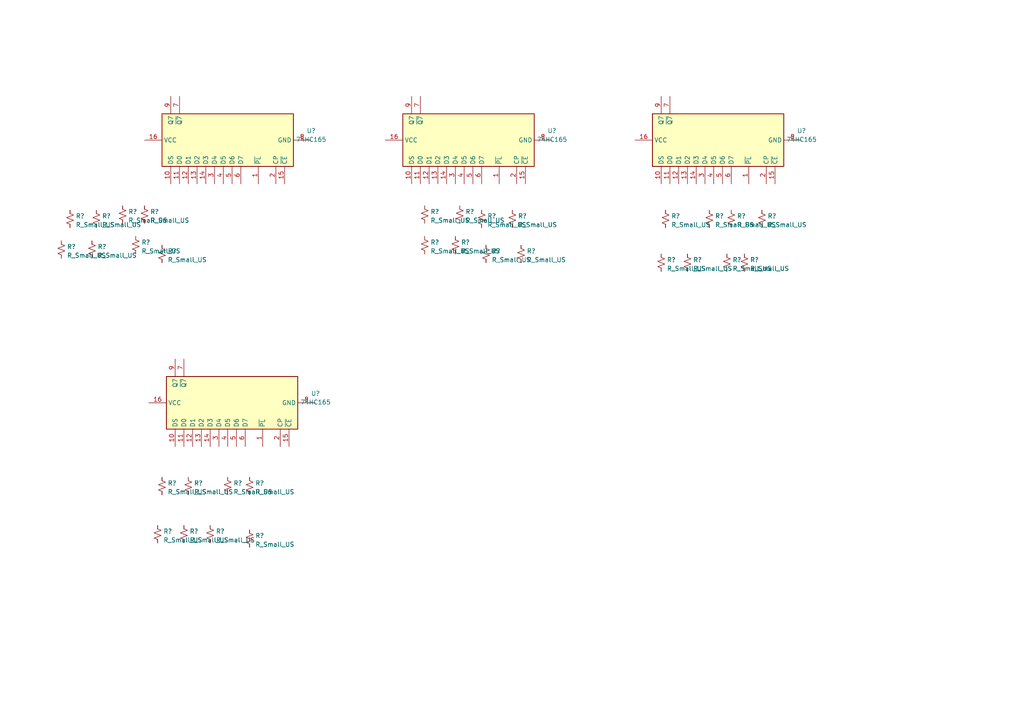
<source format=kicad_sch>
(kicad_sch (version 20211123) (generator eeschema)
  (paper "A4")
  (lib_symbols
    (symbol "74xx:74HC165"
      (property "Reference" "U" (at -7.62 19.05 0))
      (property "Value" "74HC165" (at -7.62 -21.59 0))
      (symbol "74HC165_1_0"
        (pin input line (at -12.7 -10.16 0) (length 5.08) (name "~{PL}") (number "1"))
        (pin input line (at -12.7 15.24 0) (length 5.08) (name "DS") (number "10"))
        (pin input line (at -12.7 12.7 0) (length 5.08) (name "D0") (number "11"))
        (pin input line (at -12.7 10.16 0) (length 5.08) (name "D1") (number "12"))
        (pin input line (at -12.7 7.62 0) (length 5.08) (name "D2") (number "13"))
        (pin input line (at -12.7 5.08 0) (length 5.08) (name "D3") (number "14"))
        (pin input line (at -12.7 -17.78 0) (length 5.08) (name "~{CE}") (number "15"))
        (pin power_in line (at 0 22.86 270) (length 5.08) (name "VCC") (number "16"))
        (pin input line (at -12.7 -15.24 0) (length 5.08) (name "CP") (number "2"))
        (pin input line (at -12.7 2.54 0) (length 5.08) (name "D4") (number "3"))
        (pin input line (at -12.7 0 0) (length 5.08) (name "D5") (number "4"))
        (pin input line (at -12.7 -2.54 0) (length 5.08) (name "D6") (number "5"))
        (pin input line (at -12.7 -5.08 0) (length 5.08) (name "D7") (number "6"))
        (pin output line (at 12.7 12.7 180) (length 5.08) (name "~{Q7}") (number "7"))
        (pin power_in line (at 0 -25.4 90) (length 5.08) (name "GND") (number "8"))
        (pin output line (at 12.7 15.24 180) (length 5.08) (name "Q7") (number "9"))
      )
      (symbol "74HC165_1_1"
        (rectangle (start -7.62 17.78) (end 7.62 -20.32) (stroke (width 0.254)) (fill (type background)))
      )
    )
    (symbol "Device:R_Small_US" (pin_numbers hide) (pin_names (offset 0.254) hide)
      (property "Reference" "R" (at 0.762 0.508 0))
      (property "Value" "R_Small_US" (at 0.762 -1.016 0))
      (symbol "R_Small_US_1_1"
        (polyline (pts (xy 0 0) (xy 1.016 -0.381) (xy 0 -0.762) (xy -1.016 -1.143) (xy 0 -1.524)))
        (polyline (pts (xy 0 1.524) (xy 1.016 1.143) (xy 0 0.762) (xy -1.016 0.381) (xy 0 0)))
        (pin passive line (at 0 2.54 270) (length 1.016) (name "~") (number "1"))
        (pin passive line (at 0 -2.54 90) (length 1.016) (name "~") (number "2"))
      )
    )
  )
  (symbol (lib_id "Device:R_Small_US") (at 60.96 154.94 0) (unit 1)
    (property "Reference" "R?" (at 62.611 154.1053 0) (effects (justify left)))
    (property "Value" "R_Small_US" (at 62.611 156.6422 0) (effects (justify left)))
  )
  (symbol (lib_id "Device:R_Small_US") (at 41.91 62.23 0) (unit 1)
    (property "Reference" "R?" (at 43.561 61.3953 0) (effects (justify left)))
    (property "Value" "R_Small_US" (at 43.561 63.9322 0) (effects (justify left)))
  )
  (symbol (lib_id "Device:R_Small_US") (at 132.08 71.12 0) (unit 1)
    (property "Reference" "R?" (at 133.731 70.2853 0) (effects (justify left)))
    (property "Value" "R_Small_US" (at 133.731 72.8222 0) (effects (justify left)))
  )
  (symbol (lib_id "74xx:74HC165") (at 207.01 40.64 90) (unit 1)
    (property "Reference" "U?" (at 232.4954 37.9309 90))
    (property "Value" "74HC165" (at 232.4954 40.4678 90))
    (property "Datasheet" "https://assets.nexperia.com/documents/data-sheet/74HC_HCT165.pdf" (effects hide))
  )
  (symbol (lib_id "Device:R_Small_US") (at 193.04 63.5 0) (unit 1)
    (property "Reference" "R?" (at 194.691 62.6653 0) (effects (justify left)))
    (property "Value" "R_Small_US" (at 194.691 65.2022 0) (effects (justify left)))
  )
  (symbol (lib_id "Device:R_Small_US") (at 46.99 73.66 0) (unit 1)
    (property "Reference" "R?" (at 48.641 72.8253 0) (effects (justify left)))
    (property "Value" "R_Small_US" (at 48.641 75.3622 0) (effects (justify left)))
  )
  (symbol (lib_id "Device:R_Small_US") (at 139.7 63.5 0) (unit 1)
    (property "Reference" "R?" (at 141.351 62.6653 0) (effects (justify left)))
    (property "Value" "R_Small_US" (at 141.351 65.2022 0) (effects (justify left)))
  )
  (symbol (lib_id "Device:R_Small_US") (at 27.94 63.5 0) (unit 1)
    (property "Reference" "R?" (at 29.591 62.6653 0) (effects (justify left)))
    (property "Value" "R_Small_US" (at 29.591 65.2022 0) (effects (justify left)))
  )
  (symbol (lib_id "Device:R_Small_US") (at 72.39 156.21 0) (unit 1)
    (property "Reference" "R?" (at 74.041 155.3753 0) (effects (justify left)))
    (property "Value" "R_Small_US" (at 74.041 157.9122 0) (effects (justify left)))
  )
  (symbol (lib_id "Device:R_Small_US") (at 46.99 140.97 0) (unit 1)
    (property "Reference" "R?" (at 48.641 140.1353 0) (effects (justify left)))
    (property "Value" "R_Small_US" (at 48.641 142.6722 0) (effects (justify left)))
  )
  (symbol (lib_id "Device:R_Small_US") (at 212.09 63.5 0) (unit 1)
    (property "Reference" "R?" (at 213.741 62.6653 0) (effects (justify left)))
    (property "Value" "R_Small_US" (at 213.741 65.2022 0) (effects (justify left)))
  )
  (symbol (lib_id "74xx:74HC165") (at 64.77 40.64 90) (unit 1)
    (property "Reference" "U?" (at 90.2554 37.9309 90))
    (property "Value" "74HC165" (at 90.2554 40.4678 90))
    (property "Datasheet" "https://assets.nexperia.com/documents/data-sheet/74HC_HCT165.pdf" (effects hide))
  )
  (symbol (lib_id "Device:R_Small_US") (at 35.56 62.23 0) (unit 1)
    (property "Reference" "R?" (at 37.211 61.3953 0) (effects (justify left)))
    (property "Value" "R_Small_US" (at 37.211 63.9322 0) (effects (justify left)))
  )
  (symbol (lib_id "Device:R_Small_US") (at 66.04 140.97 0) (unit 1)
    (property "Reference" "R?" (at 67.691 140.1353 0) (effects (justify left)))
    (property "Value" "R_Small_US" (at 67.691 142.6722 0) (effects (justify left)))
  )
  (symbol (lib_id "Device:R_Small_US") (at 17.78 72.39 0) (unit 1)
    (property "Reference" "R?" (at 19.431 71.5553 0) (effects (justify left)))
    (property "Value" "R_Small_US" (at 19.431 74.0922 0) (effects (justify left)))
  )
  (symbol (lib_id "Device:R_Small_US") (at 45.72 154.94 0) (unit 1)
    (property "Reference" "R?" (at 47.371 154.1053 0) (effects (justify left)))
    (property "Value" "R_Small_US" (at 47.371 156.6422 0) (effects (justify left)))
  )
  (symbol (lib_id "Device:R_Small_US") (at 133.35 62.23 0) (unit 1)
    (property "Reference" "R?" (at 135.001 61.3953 0) (effects (justify left)))
    (property "Value" "R_Small_US" (at 135.001 63.9322 0) (effects (justify left)))
  )
  (symbol (lib_id "Device:R_Small_US") (at 72.39 140.97 0) (unit 1)
    (property "Reference" "R?" (at 74.041 140.1353 0) (effects (justify left)))
    (property "Value" "R_Small_US" (at 74.041 142.6722 0) (effects (justify left)))
  )
  (symbol (lib_id "Device:R_Small_US") (at 54.61 140.97 0) (unit 1)
    (property "Reference" "R?" (at 56.261 140.1353 0) (effects (justify left)))
    (property "Value" "R_Small_US" (at 56.261 142.6722 0) (effects (justify left)))
  )
  (symbol (lib_id "Device:R_Small_US") (at 151.13 73.66 0) (unit 1)
    (property "Reference" "R?" (at 152.781 72.8253 0) (effects (justify left)))
    (property "Value" "R_Small_US" (at 152.781 75.3622 0) (effects (justify left)))
  )
  (symbol (lib_id "Device:R_Small_US") (at 191.77 76.2 0) (unit 1)
    (property "Reference" "R?" (at 193.421 75.3653 0) (effects (justify left)))
    (property "Value" "R_Small_US" (at 193.421 77.9022 0) (effects (justify left)))
  )
  (symbol (lib_id "74xx:74HC165") (at 134.62 40.64 90) (unit 1)
    (property "Reference" "U?" (at 160.1054 37.9309 90))
    (property "Value" "74HC165" (at 160.1054 40.4678 90))
    (property "Datasheet" "https://assets.nexperia.com/documents/data-sheet/74HC_HCT165.pdf" (effects hide))
  )
  (symbol (lib_id "Device:R_Small_US") (at 123.19 71.12 0) (unit 1)
    (property "Reference" "R?" (at 124.841 70.2853 0) (effects (justify left)))
    (property "Value" "R_Small_US" (at 124.841 72.8222 0) (effects (justify left)))
  )
  (symbol (lib_id "Device:R_Small_US") (at 26.67 72.39 0) (unit 1)
    (property "Reference" "R?" (at 28.321 71.5553 0) (effects (justify left)))
    (property "Value" "R_Small_US" (at 28.321 74.0922 0) (effects (justify left)))
  )
  (symbol (lib_id "Device:R_Small_US") (at 123.19 62.23 0) (unit 1)
    (property "Reference" "R?" (at 124.841 61.3953 0) (effects (justify left)))
    (property "Value" "R_Small_US" (at 124.841 63.9322 0) (effects (justify left)))
  )
  (symbol (lib_id "Device:R_Small_US") (at 205.74 63.5 0) (unit 1)
    (property "Reference" "R?" (at 207.391 62.6653 0) (effects (justify left)))
    (property "Value" "R_Small_US" (at 207.391 65.2022 0) (effects (justify left)))
  )
  (symbol (lib_id "Device:R_Small_US") (at 220.98 63.5 0) (unit 1)
    (property "Reference" "R?" (at 222.631 62.6653 0) (effects (justify left)))
    (property "Value" "R_Small_US" (at 222.631 65.2022 0) (effects (justify left)))
  )
  (symbol (lib_id "Device:R_Small_US") (at 148.59 63.5 0) (unit 1)
    (property "Reference" "R?" (at 150.241 62.6653 0) (effects (justify left)))
    (property "Value" "R_Small_US" (at 150.241 65.2022 0) (effects (justify left)))
  )
  (symbol (lib_id "Device:R_Small_US") (at 210.82 76.2 0) (unit 1)
    (property "Reference" "R?" (at 212.471 75.3653 0) (effects (justify left)))
    (property "Value" "R_Small_US" (at 212.471 77.9022 0) (effects (justify left)))
  )
  (symbol (lib_id "Device:R_Small_US") (at 39.37 71.12 0) (unit 1)
    (property "Reference" "R?" (at 41.021 70.2853 0) (effects (justify left)))
    (property "Value" "R_Small_US" (at 41.021 72.8222 0) (effects (justify left)))
  )
  (symbol (lib_id "Device:R_Small_US") (at 20.32 63.5 0) (unit 1)
    (property "Reference" "R?" (at 21.971 62.6653 0) (effects (justify left)))
    (property "Value" "R_Small_US" (at 21.971 65.2022 0) (effects (justify left)))
  )
  (symbol (lib_id "Device:R_Small_US") (at 215.9 76.2 0) (unit 1)
    (property "Reference" "R?" (at 217.551 75.3653 0) (effects (justify left)))
    (property "Value" "R_Small_US" (at 217.551 77.9022 0) (effects (justify left)))
  )
  (symbol (lib_id "Device:R_Small_US") (at 53.34 154.94 0) (unit 1)
    (property "Reference" "R?" (at 54.991 154.1053 0) (effects (justify left)))
    (property "Value" "R_Small_US" (at 54.991 156.6422 0) (effects (justify left)))
  )
  (symbol (lib_id "Device:R_Small_US") (at 199.39 76.2 0) (unit 1)
    (property "Reference" "R?" (at 201.041 75.3653 0) (effects (justify left)))
    (property "Value" "R_Small_US" (at 201.041 77.9022 0) (effects (justify left)))
  )
  (symbol (lib_id "74xx:74HC165") (at 66.04 116.84 90) (unit 1)
    (property "Reference" "U?" (at 91.5254 114.1309 90))
    (property "Value" "74HC165" (at 91.5254 116.6678 90))
    (property "Datasheet" "https://assets.nexperia.com/documents/data-sheet/74HC_HCT165.pdf" (effects hide))
  )
  (symbol (lib_id "Device:R_Small_US") (at 140.97 73.66 0) (unit 1)
    (property "Reference" "R?" (at 142.621 72.8253 0) (effects (justify left)))
    (property "Value" "R_Small_US" (at 142.621 75.3622 0) (effects (justify left)))
  )
)
</source>
